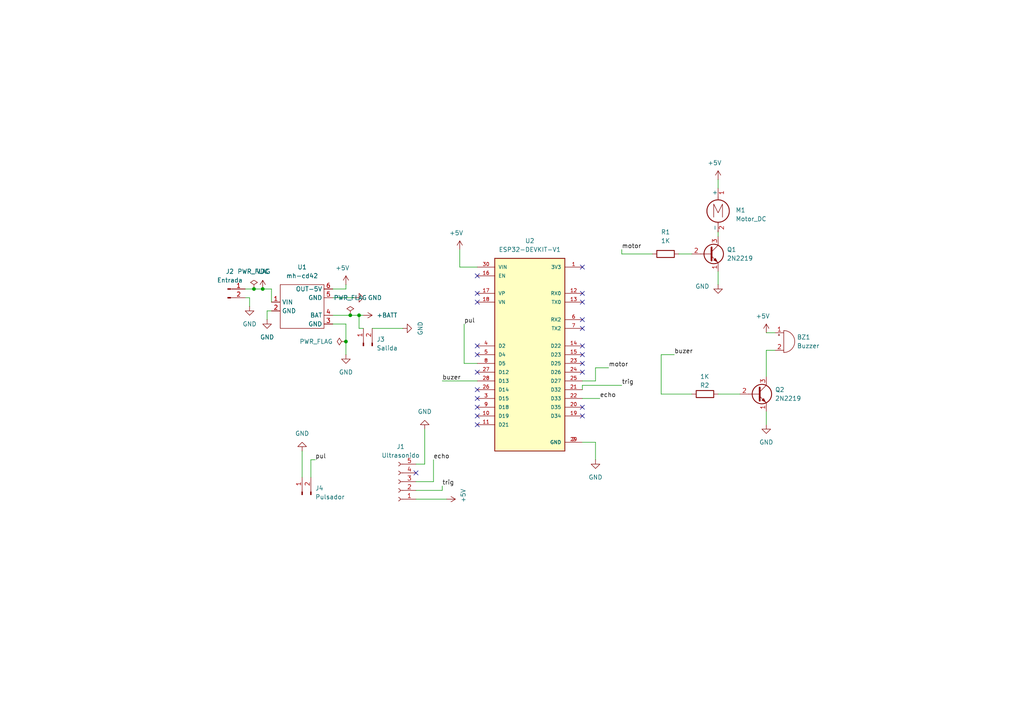
<source format=kicad_sch>
(kicad_sch (version 20250114) (generator "eeschema") (generator_version "9.0")
  (paper "A4")
  (title_block (title "Bastón guiador con detección"))
  (lib_symbols
    (symbol "Connector:Conn_01x02_Pin" (pin_names (offset 1.016) (hide yes))
      (property "Reference" "J" (at 0 2.54 0))
      (property "Value" "Conn_01x02_Pin" (at 0 -5.08 0))
      (symbol "Conn_01x02_Pin_1_1"
        (rectangle (start 0.8636 0.127) (end 0 -0.127) (stroke (width 0.1524)) (fill (type outline)))
        (rectangle (start 0.8636 -2.413) (end 0 -2.667) (stroke (width 0.1524)) (fill (type outline)))
        (polyline (pts (xy 1.27 0) (xy 0.8636 0)) (stroke (width 0.1524)))
        (polyline (pts (xy 1.27 -2.54) (xy 0.8636 -2.54)) (stroke (width 0.1524)))
        (pin passive line (at 5.08 0 180) (length 3.81) (name "Pin_1") (number "1"))
        (pin passive line (at 5.08 -2.54 180) (length 3.81) (name "Pin_2") (number "2"))
      )
    )
    (symbol "Connector:Conn_01x05_Socket" (pin_names (offset 1.016) (hide yes))
      (property "Reference" "J" (at 0 7.62 0))
      (property "Value" "Conn_01x05_Socket" (at 0 -7.62 0))
      (symbol "Conn_01x05_Socket_1_1"
        (polyline (pts (xy -1.27 5.08) (xy -0.508 5.08)) (stroke (width 0.1524)))
        (polyline (pts (xy -1.27 2.54) (xy -0.508 2.54)) (stroke (width 0.1524)))
        (polyline (pts (xy -1.27 0) (xy -0.508 0)) (stroke (width 0.1524)))
        (polyline (pts (xy -1.27 -2.54) (xy -0.508 -2.54)) (stroke (width 0.1524)))
        (polyline (pts (xy -1.27 -5.08) (xy -0.508 -5.08)) (stroke (width 0.1524)))
        (arc (start 0 4.572) (mid -0.5058 5.08) (end 0 5.588) (stroke (width 0.1524)))
        (arc (start 0 2.032) (mid -0.5058 2.54) (end 0 3.048) (stroke (width 0.1524)))
        (arc (start 0 -0.508) (mid -0.5058 0) (end 0 0.508) (stroke (width 0.1524)))
        (arc (start 0 -3.048) (mid -0.5058 -2.54) (end 0 -2.032) (stroke (width 0.1524)))
        (arc (start 0 -5.588) (mid -0.5058 -5.08) (end 0 -4.572) (stroke (width 0.1524)))
        (pin passive line (at -5.08 5.08 0) (length 3.81) (name "Pin_1") (number "1"))
        (pin passive line (at -5.08 2.54 0) (length 3.81) (name "Pin_2") (number "2"))
        (pin passive line (at -5.08 0 0) (length 3.81) (name "Pin_3") (number "3"))
        (pin passive line (at -5.08 -2.54 0) (length 3.81) (name "Pin_4") (number "4"))
        (pin passive line (at -5.08 -5.08 0) (length 3.81) (name "Pin_5") (number "5"))
      )
    )
    (symbol "Device:Buzzer" (pin_names (offset 0.0254) (hide yes))
      (property "Reference" "BZ" (at 3.81 1.27 0))
      (property "Value" "Buzzer" (at 3.81 -1.27 0))
      (symbol "Buzzer_0_1"
        (polyline (pts (xy -1.651 1.905) (xy -1.143 1.905)))
        (polyline (pts (xy -1.397 2.159) (xy -1.397 1.651)))
        (arc (start 0 3.175) (mid 3.1612 0) (end 0 -3.175))
        (polyline (pts (xy 0 3.175) (xy 0 -3.175)))
      )
      (symbol "Buzzer_1_1"
        (pin passive line (at -2.54 2.54 0) (length 2.54) (name "+") (number "1"))
        (pin passive line (at -2.54 -2.54 0) (length 2.54) (name "-") (number "2"))
      )
    )
    (symbol "Device:R" (pin_numbers (hide yes)) (pin_names (offset 0))
      (property "Reference" "R" (at 2.032 0 90))
      (property "Value" "R" (at 0 0 90))
      (symbol "R_0_1"
        (rectangle (start -1.016 -2.54) (end 1.016 2.54) (stroke (width 0.254)))
      )
      (symbol "R_1_1"
        (pin passive line (at 0 3.81 270) (length 1.27) (name "~") (number "1"))
        (pin passive line (at 0 -3.81 90) (length 1.27) (name "~") (number "2"))
      )
    )
    (symbol "ESP32-DEVKIT-V1:ESP32-DEVKIT-V1" (pin_names (offset 1.016))
      (property "Reference" "U" (at -10.16 30.48 0))
      (property "Value" "ESP32-DEVKIT-V1" (at -10.16 -30.48 0))
      (symbol "ESP32-DEVKIT-V1_0_0"
        (rectangle (start -10.16 -27.94) (end 10.16 27.94) (stroke (width 0.254)) (fill (type background)))
        (pin input line (at -15.24 25.4 0) (length 5.08) (name "VIN") (number "30"))
        (pin input line (at -15.24 22.86 0) (length 5.08) (name "EN") (number "16"))
        (pin bidirectional line (at -15.24 17.78 0) (length 5.08) (name "VP") (number "17"))
        (pin bidirectional line (at -15.24 15.24 0) (length 5.08) (name "VN") (number "18"))
        (pin bidirectional line (at -15.24 2.54 0) (length 5.08) (name "D2") (number "4"))
        (pin bidirectional line (at -15.24 0 0) (length 5.08) (name "D4") (number "5"))
        (pin bidirectional line (at -15.24 -2.54 0) (length 5.08) (name "D5") (number "8"))
        (pin bidirectional line (at -15.24 -5.08 0) (length 5.08) (name "D12") (number "27"))
        (pin bidirectional line (at -15.24 -7.62 0) (length 5.08) (name "D13") (number "28"))
        (pin bidirectional line (at -15.24 -10.16 0) (length 5.08) (name "D14") (number "26"))
        (pin bidirectional line (at -15.24 -12.7 0) (length 5.08) (name "D15") (number "3"))
        (pin bidirectional line (at -15.24 -15.24 0) (length 5.08) (name "D18") (number "9"))
        (pin bidirectional line (at -15.24 -17.78 0) (length 5.08) (name "D19") (number "10"))
        (pin bidirectional line (at -15.24 -20.32 0) (length 5.08) (name "D21") (number "11"))
        (pin output line (at 15.24 25.4 180) (length 5.08) (name "3V3") (number "1"))
        (pin input line (at 15.24 17.78 180) (length 5.08) (name "RX0") (number "12"))
        (pin output line (at 15.24 15.24 180) (length 5.08) (name "TX0") (number "13"))
        (pin input line (at 15.24 10.16 180) (length 5.08) (name "RX2") (number "6"))
        (pin output line (at 15.24 7.62 180) (length 5.08) (name "TX2") (number "7"))
        (pin bidirectional line (at 15.24 2.54 180) (length 5.08) (name "D22") (number "14"))
        (pin bidirectional line (at 15.24 0 180) (length 5.08) (name "D23") (number "15"))
        (pin bidirectional line (at 15.24 -2.54 180) (length 5.08) (name "D25") (number "23"))
        (pin bidirectional line (at 15.24 -5.08 180) (length 5.08) (name "D26") (number "24"))
        (pin bidirectional line (at 15.24 -7.62 180) (length 5.08) (name "D27") (number "25"))
        (pin bidirectional line (at 15.24 -10.16 180) (length 5.08) (name "D32") (number "21"))
        (pin bidirectional line (at 15.24 -12.7 180) (length 5.08) (name "D33") (number "22"))
        (pin bidirectional line (at 15.24 -15.24 180) (length 5.08) (name "D35") (number "20"))
        (pin bidirectional line (at 15.24 -17.78 180) (length 5.08) (name "D34") (number "19"))
        (pin power_in line (at 15.24 -25.4 180) (length 5.08) (name "GND") (number "2"))
        (pin power_in line (at 15.24 -25.4 180) (length 5.08) (name "GND") (number "29"))
      )
    )
    (symbol "Motor:Motor_DC" (pin_names (offset 0))
      (property "Reference" "M" (at 2.54 2.54 0))
      (property "Value" "Motor_DC" (at 2.54 -5.08 0))
      (symbol "Motor_DC_0_0"
        (polyline (pts (xy -1.27 -3.302) (xy -1.27 0.508) (xy 0 -2.032) (xy 1.27 0.508) (xy 1.27 -3.302)))
      )
      (symbol "Motor_DC_0_1"
        (polyline (pts (xy 0 2.032) (xy 0 2.54)))
        (polyline (pts (xy 0 1.7272) (xy 0 2.0828)))
        (circle (center 0 -1.524) (radius 3.2512) (stroke (width 0.254)))
        (polyline (pts (xy 0 -4.7752) (xy 0 -5.1816)))
        (polyline (pts (xy 0 -7.62) (xy 0 -7.112)))
      )
      (symbol "Motor_DC_1_1"
        (pin passive line (at 0 5.08 270) (length 2.54) (name "+") (number "1"))
        (pin passive line (at 0 -7.62 90) (length 2.54) (name "-") (number "2"))
      )
    )
    (symbol "Transistor_BJT:2N2219" (pin_names (offset 0) (hide yes))
      (property "Reference" "Q" (at 5.08 1.905 0))
      (property "Value" "2N2219" (at 5.08 0 0))
      (symbol "2N2219_0_1"
        (polyline (pts (xy -2.54 0) (xy 0.635 0)))
        (polyline (pts (xy 0.635 1.905) (xy 0.635 -1.905)) (stroke (width 0.508)))
        (circle (center 1.27 0) (radius 2.8194) (stroke (width 0.254)))
      )
      (symbol "2N2219_1_1"
        (polyline (pts (xy 0.635 0.635) (xy 2.54 2.54)))
        (polyline (pts (xy 0.635 -0.635) (xy 2.54 -2.54)))
        (polyline (pts (xy 1.27 -1.778) (xy 1.778 -1.27) (xy 2.286 -2.286) (xy 1.27 -1.778)) (fill (type outline)))
        (pin input line (at -5.08 0 0) (length 2.54) (name "B") (number "2"))
        (pin passive line (at 2.54 5.08 270) (length 2.54) (name "C") (number "3"))
        (pin passive line (at 2.54 -5.08 90) (length 2.54) (name "E") (number "1"))
      )
    )
    (symbol "mh.cd42:mh-cd42"
      (property "Reference" "U" (at 0 7.62 0))
      (property "Value" "mh-cd42" (at 0 -7.62 0))
      (symbol "mh-cd42_0_1"
        (rectangle (start -6.35 6.35) (end 6.35 -6.35))
      )
      (symbol "mh-cd42_1_1"
        (pin power_in line (at -8.89 1.27 0) (length 2.54) (name "VIN") (number "1"))
        (pin passive line (at -8.89 -1.27 0) (length 2.54) (name "GND") (number "2"))
        (pin power_out line (at 8.89 5.08 180) (length 2.54) (name "OUT-5V") (number "6"))
        (pin passive line (at 8.89 2.54 180) (length 2.54) (name "GND") (number "5"))
        (pin passive line (at 8.89 -2.54 180) (length 2.54) (name "BAT") (number "4"))
        (pin passive line (at 8.89 -5.08 180) (length 2.54) (name "GND") (number "3"))
      )
    )
    (symbol "power:+5V" (power) (pin_numbers (hide yes)) (pin_names (offset 0) (hide yes))
      (property "Value" "+5V" (at 0 3.556 0))
      (symbol "+5V_0_1"
        (polyline (pts (xy -0.762 1.27) (xy 0 2.54)))
        (polyline (pts (xy 0 2.54) (xy 0.762 1.27)))
        (polyline (pts (xy 0 0) (xy 0 2.54)))
      )
      (symbol "+5V_1_1"
        (pin power_in line (at 0 0 90) (length 0) (name "~") (number "1"))
      )
    )
    (symbol "power:+BATT" (power) (pin_numbers (hide yes)) (pin_names (offset 0) (hide yes))
      (property "Value" "+BATT" (at 0 3.556 0))
      (symbol "+BATT_0_1"
        (polyline (pts (xy -0.762 1.27) (xy 0 2.54)))
        (polyline (pts (xy 0 2.54) (xy 0.762 1.27)))
        (polyline (pts (xy 0 0) (xy 0 2.54)))
      )
      (symbol "+BATT_1_1"
        (pin power_in line (at 0 0 90) (length 0) (name "~") (number "1"))
      )
    )
    (symbol "power:GND" (power) (pin_numbers (hide yes)) (pin_names (offset 0) (hide yes))
      (property "Value" "GND" (at 0 -3.81 0))
      (symbol "GND_0_1"
        (polyline (pts (xy 0 0) (xy 0 -1.27) (xy 1.27 -1.27) (xy 0 -2.54) (xy -1.27 -1.27) (xy 0 -1.27)))
      )
      (symbol "GND_1_1"
        (pin power_in line (at 0 0 270) (length 0) (name "~") (number "1"))
      )
    )
    (symbol "power:PWR_FLAG" (power) (pin_numbers (hide yes)) (pin_names (offset 0) (hide yes))
      (property "Value" "PWR_FLAG" (at 0 3.81 0))
      (symbol "PWR_FLAG_0_0"
        (pin power_out line (at 0 0 90) (length 0) (name "~") (number "1"))
      )
      (symbol "PWR_FLAG_0_1"
        (polyline (pts (xy 0 0) (xy 0 1.27) (xy -1.016 1.905) (xy 0 2.54) (xy 1.016 1.905) (xy 0 1.27)))
      )
    )
    (symbol "power:VDC" (power) (pin_numbers (hide yes)) (pin_names (offset 0) (hide yes))
      (property "Value" "VDC" (at 0 3.556 0))
      (symbol "VDC_0_1"
        (polyline (pts (xy -0.762 1.27) (xy 0 2.54)))
        (polyline (pts (xy 0 2.54) (xy 0.762 1.27)))
        (polyline (pts (xy 0 0) (xy 0 2.54)))
      )
      (symbol "VDC_1_1"
        (pin power_in line (at 0 0 90) (length 0) (name "~") (number "1"))
      )
    )
  )
  (junction (at 73.66 83.82))
  (junction (at 101.6 91.44))
  (junction (at 104.14 91.44))
  (junction (at 76.2 83.82))
  (junction (at 100.33 99.06))
  (no_connect (at 168.91 100.33))
  (no_connect (at 138.43 118.11))
  (no_connect (at 138.43 85.09))
  (no_connect (at 138.43 87.63))
  (no_connect (at 168.91 95.25))
  (no_connect (at 138.43 107.95))
  (no_connect (at 168.91 118.11))
  (no_connect (at 168.91 92.71))
  (no_connect (at 168.91 77.47))
  (no_connect (at 138.43 100.33))
  (no_connect (at 138.43 123.19))
  (no_connect (at 168.91 87.63))
  (no_connect (at 138.43 115.57))
  (no_connect (at 168.91 85.09))
  (no_connect (at 168.91 105.41))
  (no_connect (at 120.65 137.16))
  (no_connect (at 168.91 102.87))
  (no_connect (at 168.91 120.65))
  (no_connect (at 138.43 113.03))
  (no_connect (at 138.43 102.87))
  (no_connect (at 168.91 107.95))
  (no_connect (at 138.43 80.01))
  (no_connect (at 138.43 120.65))
  (wire (pts (xy 168.91 110.49) (xy 172.72 110.49)))
  (wire (pts (xy 96.52 83.82) (xy 100.33 83.82)))
  (wire (pts (xy 222.25 119.38) (xy 222.25 123.19)))
  (wire (pts (xy 133.35 72.39) (xy 133.35 77.47)))
  (wire (pts (xy 100.33 102.87) (xy 100.33 99.06)))
  (wire (pts (xy 72.39 88.9) (xy 72.39 86.36)))
  (wire (pts (xy 208.28 114.3) (xy 214.63 114.3)))
  (wire (pts (xy 72.39 86.36) (xy 71.12 86.36)))
  (wire (pts (xy 105.41 95.25) (xy 104.14 95.25)))
  (wire (pts (xy 128.27 142.24) (xy 120.65 142.24)))
  (wire (pts (xy 180.34 72.39) (xy 180.34 73.66)))
  (wire (pts (xy 73.66 83.82) (xy 76.2 83.82)))
  (wire (pts (xy 180.34 111.76) (xy 168.91 111.76)))
  (wire (pts (xy 208.28 52.07) (xy 208.28 54.61)))
  (wire (pts (xy 78.74 83.82) (xy 78.74 87.63)))
  (wire (pts (xy 134.62 105.41) (xy 134.62 93.98)))
  (wire (pts (xy 77.47 90.17) (xy 78.74 90.17)))
  (wire (pts (xy 76.2 83.82) (xy 78.74 83.82)))
  (wire (pts (xy 133.35 77.47) (xy 138.43 77.47)))
  (wire (pts (xy 120.65 144.78) (xy 129.54 144.78)))
  (wire (pts (xy 125.73 139.7) (xy 120.65 139.7)))
  (wire (pts (xy 196.85 73.66) (xy 200.66 73.66)))
  (wire (pts (xy 168.91 115.57) (xy 173.99 115.57)))
  (wire (pts (xy 176.53 106.68) (xy 172.72 106.68)))
  (wire (pts (xy 100.33 83.82) (xy 100.33 82.55)))
  (wire (pts (xy 222.25 101.6) (xy 224.79 101.6)))
  (wire (pts (xy 208.28 78.74) (xy 208.28 82.55)))
  (wire (pts (xy 91.44 133.35) (xy 90.17 133.35)))
  (wire (pts (xy 107.95 95.25) (xy 116.84 95.25)))
  (wire (pts (xy 77.47 92.71) (xy 77.47 90.17)))
  (wire (pts (xy 101.6 91.44) (xy 96.52 91.44)))
  (wire (pts (xy 125.73 133.35) (xy 125.73 139.7)))
  (wire (pts (xy 222.25 109.22) (xy 222.25 101.6)))
  (wire (pts (xy 123.19 124.46) (xy 123.19 134.62)))
  (wire (pts (xy 191.77 114.3) (xy 191.77 102.87)))
  (wire (pts (xy 172.72 133.35) (xy 172.72 128.27)))
  (wire (pts (xy 100.33 99.06) (xy 100.33 93.98)))
  (wire (pts (xy 222.25 96.52) (xy 224.79 96.52)))
  (wire (pts (xy 128.27 140.97) (xy 128.27 142.24)))
  (wire (pts (xy 168.91 111.76) (xy 168.91 113.03)))
  (wire (pts (xy 180.34 73.66) (xy 189.23 73.66)))
  (wire (pts (xy 90.17 133.35) (xy 90.17 138.43)))
  (wire (pts (xy 123.19 134.62) (xy 120.65 134.62)))
  (wire (pts (xy 168.91 128.27) (xy 172.72 128.27)))
  (wire (pts (xy 96.52 93.98) (xy 100.33 93.98)))
  (wire (pts (xy 172.72 106.68) (xy 172.72 110.49)))
  (wire (pts (xy 87.63 130.81) (xy 87.63 138.43)))
  (wire (pts (xy 104.14 95.25) (xy 104.14 91.44)))
  (wire (pts (xy 200.66 114.3) (xy 191.77 114.3)))
  (wire (pts (xy 128.27 110.49) (xy 138.43 110.49)))
  (wire (pts (xy 105.41 91.44) (xy 104.14 91.44)))
  (wire (pts (xy 191.77 102.87) (xy 195.58 102.87)))
  (wire (pts (xy 208.28 67.31) (xy 208.28 68.58)))
  (wire (pts (xy 71.12 83.82) (xy 73.66 83.82)))
  (wire (pts (xy 104.14 91.44) (xy 101.6 91.44)))
  (wire (pts (xy 138.43 105.41) (xy 134.62 105.41)))
  (wire (pts (xy 102.87 86.36) (xy 96.52 86.36)))
  (label "echo" (at 173.99 115.57 0))
  (label "trig" (at 180.34 111.76 0))
  (label "pul" (at 134.62 93.98 0))
  (label "pul" (at 91.44 133.35 0))
  (label "buzer" (at 128.27 110.49 0))
  (label "echo" (at 125.73 133.35 0))
  (label "motor" (at 180.34 72.39 0))
  (label "trig" (at 128.27 140.97 0))
  (label "motor" (at 176.53 106.68 0))
  (label "buzer" (at 195.58 102.87 0))
  (symbol (lib_id "Connector:Conn_01x02_Pin") (at 66.04 83.82 0) (unit 1)
    (property "Reference" "J2" (at 66.675 78.74 0))
    (property "Value" "Entrada" (at 66.675 81.28 0))
    (property "Footprint" "Connector:JWT_A3963_1x02_P3.96mm_Vertical" (effects (hide yes)))
    (property "Description" "Generic connector, single row, 01x02, script generated" (effects (hide yes)))
  )
  (symbol (lib_id "power:GND") (at 72.39 88.9 0) (unit 1)
    (property "Reference" "#PWR07" (effects (hide yes)))
    (property "Value" "GND" (at 72.39 93.98 0))
    (property "Description" "Power symbol creates a global label with name \"GND\" , ground" (effects (hide yes)))
  )
  (symbol (lib_id "Connector:Conn_01x05_Socket") (at 115.57 139.7 180) (unit 1)
    (property "Reference" "J1" (at 116.205 129.54 0))
    (property "Value" "Ultrasonido" (at 116.205 132.08 0))
    (property "Footprint" "Connector_Hirose:Hirose_DF63-5P-3.96DSA_1x05_P3.96mm_Vertical" (effects (hide yes)))
    (property "Description" "Generic connector, single row, 01x05, script generated" (effects (hide yes)))
  )
  (symbol (lib_id "power:+5V") (at 208.28 52.07 0) (unit 1)
    (property "Reference" "#PWR012" (effects (hide yes)))
    (property "Value" "+5V" (at 207.264 47.244 0))
    (property "Description" "Power symbol creates a global label with name \"+5V\"" (effects (hide yes)))
  )
  (symbol (lib_id "power:+BATT") (at 105.41 91.44 270) (unit 1)
    (property "Reference" "#PWR010" (effects (hide yes)))
    (property "Value" "+BATT" (at 109.22 91.4399 90) (effects (justify left)))
    (property "Description" "Power symbol creates a global label with name \"+BATT\"" (effects (hide yes)))
  )
  (symbol (lib_id "power:+5V") (at 133.35 72.39 0) (unit 1)
    (property "Reference" "#PWR017" (effects (hide yes)))
    (property "Value" "+5V" (at 132.334 67.564 0))
    (property "Description" "Power symbol creates a global label with name \"+5V\"" (effects (hide yes)))
  )
  (symbol (lib_id "Transistor_BJT:2N2219") (at 205.74 73.66 0) (unit 1)
    (property "Reference" "Q1" (at 210.82 72.3899 0) (effects (justify left)))
    (property "Value" "2N2219" (at 210.82 74.9299 0) (effects (justify left)))
    (property "Footprint" "Package_TO_SOT_THT:TO-39-3" (effects (hide yes)))
    (property "Datasheet" "http://www.onsemi.com/pub_link/Collateral/2N2219-D.PDF" (effects (hide yes)))
    (property "Description" "800mA Ic, 50V Vce, NPN Transistor, TO-39" (effects (hide yes)))
  )
  (symbol (lib_id "power:GND") (at 77.47 92.71 0) (unit 1)
    (property "Reference" "#PWR09" (effects (hide yes)))
    (property "Value" "GND" (at 77.47 97.79 0))
    (property "Description" "Power symbol creates a global label with name \"GND\" , ground" (effects (hide yes)))
  )
  (symbol (lib_id "power:GND") (at 100.33 102.87 0) (unit 1)
    (property "Reference" "#PWR02" (effects (hide yes)))
    (property "Value" "GND" (at 100.33 107.95 0))
    (property "Description" "Power symbol creates a global label with name \"GND\" , ground" (effects (hide yes)))
  )
  (symbol (lib_id "power:VDC") (at 76.2 83.82 0) (unit 1)
    (property "Reference" "#PWR06" (effects (hide yes)))
    (property "Value" "VDC" (at 76.2 78.74 0))
    (property "Description" "Power symbol creates a global label with name \"VDC\"" (effects (hide yes)))
  )
  (symbol (lib_id "power:PWR_FLAG") (at 100.33 99.06 90) (unit 1)
    (property "Reference" "#FLG03" (effects (hide yes)))
    (property "Value" "PWR_FLAG" (at 96.52 99.0599 90) (effects (justify left)))
    (property "Description" "Special symbol for telling ERC where power comes from" (effects (hide yes)))
  )
  (symbol (lib_id "power:PWR_FLAG") (at 73.66 83.82 0) (unit 1)
    (property "Reference" "#FLG01" (effects (hide yes)))
    (property "Value" "PWR_FLAG" (at 73.66 78.74 0))
    (property "Description" "Special symbol for telling ERC where power comes from" (effects (hide yes)))
  )
  (symbol (lib_id "ESP32-DEVKIT-V1:ESP32-DEVKIT-V1") (at 153.67 102.87 0) (unit 1)
    (property "Reference" "U2" (at 153.67 69.85 0))
    (property "Value" "ESP32-DEVKIT-V1" (at 153.67 72.39 0))
    (property "Footprint" "esp32-DevkitV1:MODULE_ESP32_DEVKIT_V1" (effects (hide yes)))
    (property "MF" "Do it" (effects (hide yes)))
    (property "MAXIMUM_PACKAGE_HEIGHT" "6.8 mm" (effects (hide yes)))
    (property "Package" "None" (effects (hide yes)))
    (property "Price" "None" (effects (hide yes)))
    (property "Check_prices" "https://www.snapeda.com/parts/ESP32-DEVKIT-V1/Do+it/view-part/?ref=eda" (effects (hide yes)))
    (property "STANDARD" "Manufacturer Recommendations" (effects (hide yes)))
    (property "PARTREV" "N/A" (effects (hide yes)))
    (property "SnapEDA_Link" "https://www.snapeda.com/parts/ESP32-DEVKIT-V1/Do+it/view-part/?ref=snap" (effects (hide yes)))
    (property "MP" "ESP32-DEVKIT-V1" (effects (hide yes)))
    (property "Description_1" "\\nDual core, Wi-Fi: 2.4 GHz up to 150 Mbits/s,BLE (Bluetooth Low Energy) and legacy Bluetooth, 32 bits, Up to 240 MHz\\n" (effects (hide yes)))
    (property "Availability" "Not in stock" (effects (hide yes)))
    (property "MANUFACTURER" "DOIT" (effects (hide yes)))
  )
  (symbol (lib_id "Connector:Conn_01x02_Pin") (at 105.41 100.33 90) (unit 1)
    (property "Reference" "J3" (at 109.22 98.4249 90) (effects (justify right)))
    (property "Value" "Salida" (at 109.22 100.9649 90) (effects (justify right)))
    (property "Footprint" "Connector:JWT_A3963_1x02_P3.96mm_Vertical" (effects (hide yes)))
    (property "Description" "Generic connector, single row, 01x02, script generated" (effects (hide yes)))
  )
  (symbol (lib_id "Device:Buzzer") (at 227.33 99.06 0) (unit 1)
    (property "Reference" "BZ1" (at 231.14 97.7899 0) (effects (justify left)))
    (property "Value" "Buzzer" (at 231.14 100.3299 0) (effects (justify left)))
    (property "Footprint" "Buzzer_Beeper:Buzzer_12x9.5RM7.6" (effects (hide yes)))
    (property "Description" "Buzzer, polarized" (effects (hide yes)))
  )
  (symbol (lib_id "power:+5V") (at 129.54 144.78 270) (unit 1)
    (property "Reference" "#PWR015" (effects (hide yes)))
    (property "Value" "+5V" (at 134.366 143.764 0))
    (property "Description" "Power symbol creates a global label with name \"+5V\"" (effects (hide yes)))
  )
  (symbol (lib_id "Device:R") (at 204.47 114.3 90) (unit 1)
    (property "Reference" "R2" (at 205.74 111.76 90) (effects (justify left)))
    (property "Value" "1K" (at 205.74 109.2201 90) (effects (justify left)))
    (property "Footprint" "Resistor_THT:R_Axial_DIN0207_L6.3mm_D2.5mm_P10.16mm_Horizontal" (effects (hide yes)))
    (property "Description" "Resistor" (effects (hide yes)))
  )
  (symbol (lib_id "power:GND") (at 87.63 130.81 180) (unit 1)
    (property "Reference" "#PWR018" (effects (hide yes)))
    (property "Value" "GND" (at 87.63 125.73 0))
    (property "Description" "Power symbol creates a global label with name \"GND\" , ground" (effects (hide yes)))
  )
  (symbol (lib_id "power:GND") (at 222.25 123.19 0) (unit 1)
    (property "Reference" "#PWR014" (effects (hide yes)))
    (property "Value" "GND" (at 222.25 128.27 0))
    (property "Description" "Power symbol creates a global label with name \"GND\" , ground" (effects (hide yes)))
  )
  (symbol (lib_id "power:GND") (at 102.87 86.36 90) (unit 1)
    (property "Reference" "#PWR04" (effects (hide yes)))
    (property "Value" "GND" (at 106.68 86.3599 90) (effects (justify right)))
    (property "Description" "Power symbol creates a global label with name \"GND\" , ground" (effects (hide yes)))
  )
  (symbol (lib_id "power:GND") (at 172.72 133.35 0) (unit 1)
    (property "Reference" "#PWR011" (effects (hide yes)))
    (property "Value" "GND" (at 172.72 138.43 0))
    (property "Description" "Power symbol creates a global label with name \"GND\" , ground" (effects (hide yes)))
  )
  (symbol (lib_id "power:GND") (at 208.28 82.55 0) (unit 1)
    (property "Reference" "#PWR013" (effects (hide yes)))
    (property "Value" "GND" (at 203.708 83.058 0))
    (property "Description" "Power symbol creates a global label with name \"GND\" , ground" (effects (hide yes)))
  )
  (symbol (lib_id "power:GND") (at 116.84 95.25 90) (unit 1)
    (property "Reference" "#PWR08" (effects (hide yes)))
    (property "Value" "GND" (at 121.92 95.25 0))
    (property "Description" "Power symbol creates a global label with name \"GND\" , ground" (effects (hide yes)))
  )
  (symbol (lib_id "Connector:Conn_01x02_Pin") (at 87.63 143.51 90) (unit 1)
    (property "Reference" "J4" (at 91.44 141.6049 90) (effects (justify right)))
    (property "Value" "Pulsador" (at 91.44 144.1449 90) (effects (justify right)))
    (property "Footprint" "Connector:JWT_A3963_1x02_P3.96mm_Vertical" (effects (hide yes)))
    (property "Description" "Generic connector, single row, 01x02, script generated" (effects (hide yes)))
  )
  (symbol (lib_id "Motor:Motor_DC") (at 208.28 59.69 0) (unit 1)
    (property "Reference" "M1" (at 213.36 60.9599 0) (effects (justify left)))
    (property "Value" "Motor_DC" (at 213.36 63.4999 0) (effects (justify left)))
    (property "Footprint" "Connector_PinHeader_2.54mm:PinHeader_1x02_P2.54mm_Horizontal" (effects (hide yes)))
    (property "Description" "DC Motor" (effects (hide yes)))
  )
  (symbol (lib_id "Device:R") (at 193.04 73.66 90) (unit 1)
    (property "Reference" "R1" (at 193.04 67.31 90))
    (property "Value" "1K" (at 193.04 69.85 90))
    (property "Footprint" "Resistor_THT:R_Axial_DIN0207_L6.3mm_D2.5mm_P10.16mm_Horizontal" (effects (hide yes)))
    (property "Description" "Resistor" (effects (hide yes)))
  )
  (symbol (lib_id "power:+5V") (at 100.33 82.55 0) (unit 1)
    (property "Reference" "#PWR01" (effects (hide yes)))
    (property "Value" "+5V" (at 99.314 77.724 0))
    (property "Description" "Power symbol creates a global label with name \"+5V\"" (effects (hide yes)))
  )
  (symbol (lib_id "Transistor_BJT:2N2219") (at 219.71 114.3 0) (unit 1)
    (property "Reference" "Q2" (at 224.79 113.0299 0) (effects (justify left)))
    (property "Value" "2N2219" (at 224.79 115.5699 0) (effects (justify left)))
    (property "Footprint" "Package_TO_SOT_THT:TO-39-3" (effects (hide yes)))
    (property "Datasheet" "http://www.onsemi.com/pub_link/Collateral/2N2219-D.PDF" (effects (hide yes)))
    (property "Description" "800mA Ic, 50V Vce, NPN Transistor, TO-39" (effects (hide yes)))
  )
  (symbol (lib_id "power:+5V") (at 222.25 96.52 0) (unit 1)
    (property "Reference" "#PWR03" (effects (hide yes)))
    (property "Value" "+5V" (at 221.234 91.694 0))
    (property "Description" "Power symbol creates a global label with name \"+5V\"" (effects (hide yes)))
  )
  (symbol (lib_id "mh.cd42:mh-cd42") (at 87.63 88.9 0) (unit 1)
    (property "Reference" "U1" (at 87.63 77.47 0))
    (property "Value" "mh-cd42" (at 87.63 80.01 0))
    (property "Footprint" "mh-ch42:mh-cd42" (effects (hide yes)))
  )
  (symbol (lib_id "power:GND") (at 123.19 124.46 180) (unit 1)
    (property "Reference" "#PWR016" (effects (hide yes)))
    (property "Value" "GND" (at 123.19 119.38 0))
    (property "Description" "Power symbol creates a global label with name \"GND\" , ground" (effects (hide yes)))
  )
  (symbol (lib_id "power:PWR_FLAG") (at 101.6 91.44 0) (unit 1)
    (property "Reference" "#FLG02" (effects (hide yes)))
    (property "Value" "PWR_FLAG" (at 101.6 86.36 0))
    (property "Description" "Special symbol for telling ERC where power comes from" (effects (hide yes)))
  )
)
</source>
